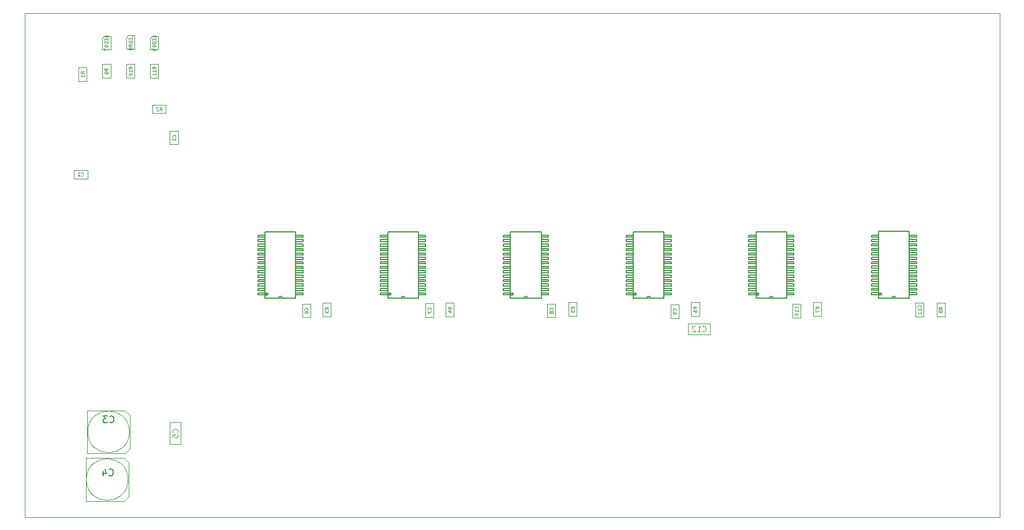
<source format=gbr>
G04 #@! TF.GenerationSoftware,KiCad,Pcbnew,(5.1.4)-1*
G04 #@! TF.CreationDate,2019-09-05T13:30:01+01:00*
G04 #@! TF.ProjectId,lpa96,6c706139-362e-46b6-9963-61645f706362,2.1*
G04 #@! TF.SameCoordinates,Original*
G04 #@! TF.FileFunction,Other,Fab,Bot*
%FSLAX46Y46*%
G04 Gerber Fmt 4.6, Leading zero omitted, Abs format (unit mm)*
G04 Created by KiCad (PCBNEW (5.1.4)-1) date 2019-09-05 13:30:01*
%MOMM*%
%LPD*%
G04 APERTURE LIST*
%ADD10C,0.100000*%
%ADD11C,0.152400*%
%ADD12C,0.150000*%
%ADD13C,0.080000*%
%ADD14C,0.120000*%
G04 APERTURE END LIST*
D10*
X67000000Y-168500000D02*
X67000000Y-94500000D01*
X210000000Y-168500000D02*
X67000000Y-168500000D01*
X210000000Y-94500000D02*
X210000000Y-168500000D01*
X67000000Y-94500000D02*
X210000000Y-94500000D01*
D11*
X104195200Y-136400003D02*
G75*
G02X104804800Y-136400003I304800J0D01*
G01*
X102252100Y-136400003D02*
X102252100Y-126599997D01*
X106747900Y-136400003D02*
X102252100Y-136400003D01*
X106747900Y-126599997D02*
X106747900Y-136400003D01*
X102252100Y-126599997D02*
X106747900Y-126599997D01*
X107802000Y-135877474D02*
X106747900Y-135877474D01*
X107802000Y-135572674D02*
X107802000Y-135877474D01*
X106747900Y-135572674D02*
X107802000Y-135572674D01*
X106747900Y-135877474D02*
X106747900Y-135572674D01*
X107802000Y-135227462D02*
X106747900Y-135227462D01*
X107802000Y-134922662D02*
X107802000Y-135227462D01*
X106747900Y-134922662D02*
X107802000Y-134922662D01*
X106747900Y-135227462D02*
X106747900Y-134922662D01*
X107802000Y-134577451D02*
X106747900Y-134577451D01*
X107802000Y-134272651D02*
X107802000Y-134577451D01*
X106747900Y-134272651D02*
X107802000Y-134272651D01*
X106747900Y-134577451D02*
X106747900Y-134272651D01*
X107802000Y-133927440D02*
X106747900Y-133927440D01*
X107802000Y-133622640D02*
X107802000Y-133927440D01*
X106747900Y-133622640D02*
X107802000Y-133622640D01*
X106747900Y-133927440D02*
X106747900Y-133622640D01*
X107802000Y-133277428D02*
X106747900Y-133277428D01*
X107802000Y-132972628D02*
X107802000Y-133277428D01*
X106747900Y-132972628D02*
X107802000Y-132972628D01*
X106747900Y-133277428D02*
X106747900Y-132972628D01*
X107802000Y-132627417D02*
X106747900Y-132627417D01*
X107802000Y-132322617D02*
X107802000Y-132627417D01*
X106747900Y-132322617D02*
X107802000Y-132322617D01*
X106747900Y-132627417D02*
X106747900Y-132322617D01*
X107802000Y-131977405D02*
X106747900Y-131977405D01*
X107802000Y-131672605D02*
X107802000Y-131977405D01*
X106747900Y-131672605D02*
X107802000Y-131672605D01*
X106747900Y-131977405D02*
X106747900Y-131672605D01*
X107802000Y-131327394D02*
X106747900Y-131327394D01*
X107802000Y-131022594D02*
X107802000Y-131327394D01*
X106747900Y-131022594D02*
X107802000Y-131022594D01*
X106747900Y-131327394D02*
X106747900Y-131022594D01*
X107802000Y-130677383D02*
X106747900Y-130677383D01*
X107802000Y-130372583D02*
X107802000Y-130677383D01*
X106747900Y-130372583D02*
X107802000Y-130372583D01*
X106747900Y-130677383D02*
X106747900Y-130372583D01*
X107802000Y-130027371D02*
X106747900Y-130027371D01*
X107802000Y-129722571D02*
X107802000Y-130027371D01*
X106747900Y-129722571D02*
X107802000Y-129722571D01*
X106747900Y-130027371D02*
X106747900Y-129722571D01*
X107802000Y-129377360D02*
X106747900Y-129377360D01*
X107802000Y-129072560D02*
X107802000Y-129377360D01*
X106747900Y-129072560D02*
X107802000Y-129072560D01*
X106747900Y-129377360D02*
X106747900Y-129072560D01*
X107802000Y-128727349D02*
X106747900Y-128727349D01*
X107802000Y-128422549D02*
X107802000Y-128727349D01*
X106747900Y-128422549D02*
X107802000Y-128422549D01*
X106747900Y-128727349D02*
X106747900Y-128422549D01*
X107802000Y-128077337D02*
X106747900Y-128077337D01*
X107802000Y-127772537D02*
X107802000Y-128077337D01*
X106747900Y-127772537D02*
X107802000Y-127772537D01*
X106747900Y-128077337D02*
X106747900Y-127772537D01*
X107802000Y-127427326D02*
X106747900Y-127427326D01*
X107802000Y-127122526D02*
X107802000Y-127427326D01*
X106747900Y-127122526D02*
X107802000Y-127122526D01*
X106747900Y-127427326D02*
X106747900Y-127122526D01*
X101198000Y-127122526D02*
X102252100Y-127122526D01*
X101198000Y-127427326D02*
X101198000Y-127122526D01*
X102252100Y-127427326D02*
X101198000Y-127427326D01*
X102252100Y-127122526D02*
X102252100Y-127427326D01*
X101198000Y-127772538D02*
X102252100Y-127772538D01*
X101198000Y-128077338D02*
X101198000Y-127772538D01*
X102252100Y-128077338D02*
X101198000Y-128077338D01*
X102252100Y-127772538D02*
X102252100Y-128077338D01*
X101198000Y-128422549D02*
X102252100Y-128422549D01*
X101198000Y-128727349D02*
X101198000Y-128422549D01*
X102252100Y-128727349D02*
X101198000Y-128727349D01*
X102252100Y-128422549D02*
X102252100Y-128727349D01*
X101198000Y-129072560D02*
X102252100Y-129072560D01*
X101198000Y-129377360D02*
X101198000Y-129072560D01*
X102252100Y-129377360D02*
X101198000Y-129377360D01*
X102252100Y-129072560D02*
X102252100Y-129377360D01*
X101198000Y-129722572D02*
X102252100Y-129722572D01*
X101198000Y-130027372D02*
X101198000Y-129722572D01*
X102252100Y-130027372D02*
X101198000Y-130027372D01*
X102252100Y-129722572D02*
X102252100Y-130027372D01*
X101198000Y-130372583D02*
X102252100Y-130372583D01*
X101198000Y-130677383D02*
X101198000Y-130372583D01*
X102252100Y-130677383D02*
X101198000Y-130677383D01*
X102252100Y-130372583D02*
X102252100Y-130677383D01*
X101198000Y-131022594D02*
X102252100Y-131022594D01*
X101198000Y-131327394D02*
X101198000Y-131022594D01*
X102252100Y-131327394D02*
X101198000Y-131327394D01*
X102252100Y-131022594D02*
X102252100Y-131327394D01*
X101198000Y-131672606D02*
X102252100Y-131672606D01*
X101198000Y-131977406D02*
X101198000Y-131672606D01*
X102252100Y-131977406D02*
X101198000Y-131977406D01*
X102252100Y-131672606D02*
X102252100Y-131977406D01*
X101198000Y-132322617D02*
X102252100Y-132322617D01*
X101198000Y-132627417D02*
X101198000Y-132322617D01*
X102252100Y-132627417D02*
X101198000Y-132627417D01*
X102252100Y-132322617D02*
X102252100Y-132627417D01*
X101198000Y-132972629D02*
X102252100Y-132972629D01*
X101198000Y-133277429D02*
X101198000Y-132972629D01*
X102252100Y-133277429D02*
X101198000Y-133277429D01*
X102252100Y-132972629D02*
X102252100Y-133277429D01*
X101198000Y-133622640D02*
X102252100Y-133622640D01*
X101198000Y-133927440D02*
X101198000Y-133622640D01*
X102252100Y-133927440D02*
X101198000Y-133927440D01*
X102252100Y-133622640D02*
X102252100Y-133927440D01*
X101198000Y-134272651D02*
X102252100Y-134272651D01*
X101198000Y-134577451D02*
X101198000Y-134272651D01*
X102252100Y-134577451D02*
X101198000Y-134577451D01*
X102252100Y-134272651D02*
X102252100Y-134577451D01*
X101198000Y-134922663D02*
X102252100Y-134922663D01*
X101198000Y-135227463D02*
X101198000Y-134922663D01*
X102252100Y-135227463D02*
X101198000Y-135227463D01*
X102252100Y-134922663D02*
X102252100Y-135227463D01*
X101198000Y-135572674D02*
X102252100Y-135572674D01*
X101198000Y-135877474D02*
X101198000Y-135572674D01*
X102252100Y-135877474D02*
X101198000Y-135877474D01*
X102252100Y-135572674D02*
X102252100Y-135877474D01*
X122195200Y-136400003D02*
G75*
G02X122804800Y-136400003I304800J0D01*
G01*
X120252100Y-136400003D02*
X120252100Y-126599997D01*
X124747900Y-136400003D02*
X120252100Y-136400003D01*
X124747900Y-126599997D02*
X124747900Y-136400003D01*
X120252100Y-126599997D02*
X124747900Y-126599997D01*
X125802000Y-135877474D02*
X124747900Y-135877474D01*
X125802000Y-135572674D02*
X125802000Y-135877474D01*
X124747900Y-135572674D02*
X125802000Y-135572674D01*
X124747900Y-135877474D02*
X124747900Y-135572674D01*
X125802000Y-135227462D02*
X124747900Y-135227462D01*
X125802000Y-134922662D02*
X125802000Y-135227462D01*
X124747900Y-134922662D02*
X125802000Y-134922662D01*
X124747900Y-135227462D02*
X124747900Y-134922662D01*
X125802000Y-134577451D02*
X124747900Y-134577451D01*
X125802000Y-134272651D02*
X125802000Y-134577451D01*
X124747900Y-134272651D02*
X125802000Y-134272651D01*
X124747900Y-134577451D02*
X124747900Y-134272651D01*
X125802000Y-133927440D02*
X124747900Y-133927440D01*
X125802000Y-133622640D02*
X125802000Y-133927440D01*
X124747900Y-133622640D02*
X125802000Y-133622640D01*
X124747900Y-133927440D02*
X124747900Y-133622640D01*
X125802000Y-133277428D02*
X124747900Y-133277428D01*
X125802000Y-132972628D02*
X125802000Y-133277428D01*
X124747900Y-132972628D02*
X125802000Y-132972628D01*
X124747900Y-133277428D02*
X124747900Y-132972628D01*
X125802000Y-132627417D02*
X124747900Y-132627417D01*
X125802000Y-132322617D02*
X125802000Y-132627417D01*
X124747900Y-132322617D02*
X125802000Y-132322617D01*
X124747900Y-132627417D02*
X124747900Y-132322617D01*
X125802000Y-131977405D02*
X124747900Y-131977405D01*
X125802000Y-131672605D02*
X125802000Y-131977405D01*
X124747900Y-131672605D02*
X125802000Y-131672605D01*
X124747900Y-131977405D02*
X124747900Y-131672605D01*
X125802000Y-131327394D02*
X124747900Y-131327394D01*
X125802000Y-131022594D02*
X125802000Y-131327394D01*
X124747900Y-131022594D02*
X125802000Y-131022594D01*
X124747900Y-131327394D02*
X124747900Y-131022594D01*
X125802000Y-130677383D02*
X124747900Y-130677383D01*
X125802000Y-130372583D02*
X125802000Y-130677383D01*
X124747900Y-130372583D02*
X125802000Y-130372583D01*
X124747900Y-130677383D02*
X124747900Y-130372583D01*
X125802000Y-130027371D02*
X124747900Y-130027371D01*
X125802000Y-129722571D02*
X125802000Y-130027371D01*
X124747900Y-129722571D02*
X125802000Y-129722571D01*
X124747900Y-130027371D02*
X124747900Y-129722571D01*
X125802000Y-129377360D02*
X124747900Y-129377360D01*
X125802000Y-129072560D02*
X125802000Y-129377360D01*
X124747900Y-129072560D02*
X125802000Y-129072560D01*
X124747900Y-129377360D02*
X124747900Y-129072560D01*
X125802000Y-128727349D02*
X124747900Y-128727349D01*
X125802000Y-128422549D02*
X125802000Y-128727349D01*
X124747900Y-128422549D02*
X125802000Y-128422549D01*
X124747900Y-128727349D02*
X124747900Y-128422549D01*
X125802000Y-128077337D02*
X124747900Y-128077337D01*
X125802000Y-127772537D02*
X125802000Y-128077337D01*
X124747900Y-127772537D02*
X125802000Y-127772537D01*
X124747900Y-128077337D02*
X124747900Y-127772537D01*
X125802000Y-127427326D02*
X124747900Y-127427326D01*
X125802000Y-127122526D02*
X125802000Y-127427326D01*
X124747900Y-127122526D02*
X125802000Y-127122526D01*
X124747900Y-127427326D02*
X124747900Y-127122526D01*
X119198000Y-127122526D02*
X120252100Y-127122526D01*
X119198000Y-127427326D02*
X119198000Y-127122526D01*
X120252100Y-127427326D02*
X119198000Y-127427326D01*
X120252100Y-127122526D02*
X120252100Y-127427326D01*
X119198000Y-127772538D02*
X120252100Y-127772538D01*
X119198000Y-128077338D02*
X119198000Y-127772538D01*
X120252100Y-128077338D02*
X119198000Y-128077338D01*
X120252100Y-127772538D02*
X120252100Y-128077338D01*
X119198000Y-128422549D02*
X120252100Y-128422549D01*
X119198000Y-128727349D02*
X119198000Y-128422549D01*
X120252100Y-128727349D02*
X119198000Y-128727349D01*
X120252100Y-128422549D02*
X120252100Y-128727349D01*
X119198000Y-129072560D02*
X120252100Y-129072560D01*
X119198000Y-129377360D02*
X119198000Y-129072560D01*
X120252100Y-129377360D02*
X119198000Y-129377360D01*
X120252100Y-129072560D02*
X120252100Y-129377360D01*
X119198000Y-129722572D02*
X120252100Y-129722572D01*
X119198000Y-130027372D02*
X119198000Y-129722572D01*
X120252100Y-130027372D02*
X119198000Y-130027372D01*
X120252100Y-129722572D02*
X120252100Y-130027372D01*
X119198000Y-130372583D02*
X120252100Y-130372583D01*
X119198000Y-130677383D02*
X119198000Y-130372583D01*
X120252100Y-130677383D02*
X119198000Y-130677383D01*
X120252100Y-130372583D02*
X120252100Y-130677383D01*
X119198000Y-131022594D02*
X120252100Y-131022594D01*
X119198000Y-131327394D02*
X119198000Y-131022594D01*
X120252100Y-131327394D02*
X119198000Y-131327394D01*
X120252100Y-131022594D02*
X120252100Y-131327394D01*
X119198000Y-131672606D02*
X120252100Y-131672606D01*
X119198000Y-131977406D02*
X119198000Y-131672606D01*
X120252100Y-131977406D02*
X119198000Y-131977406D01*
X120252100Y-131672606D02*
X120252100Y-131977406D01*
X119198000Y-132322617D02*
X120252100Y-132322617D01*
X119198000Y-132627417D02*
X119198000Y-132322617D01*
X120252100Y-132627417D02*
X119198000Y-132627417D01*
X120252100Y-132322617D02*
X120252100Y-132627417D01*
X119198000Y-132972629D02*
X120252100Y-132972629D01*
X119198000Y-133277429D02*
X119198000Y-132972629D01*
X120252100Y-133277429D02*
X119198000Y-133277429D01*
X120252100Y-132972629D02*
X120252100Y-133277429D01*
X119198000Y-133622640D02*
X120252100Y-133622640D01*
X119198000Y-133927440D02*
X119198000Y-133622640D01*
X120252100Y-133927440D02*
X119198000Y-133927440D01*
X120252100Y-133622640D02*
X120252100Y-133927440D01*
X119198000Y-134272651D02*
X120252100Y-134272651D01*
X119198000Y-134577451D02*
X119198000Y-134272651D01*
X120252100Y-134577451D02*
X119198000Y-134577451D01*
X120252100Y-134272651D02*
X120252100Y-134577451D01*
X119198000Y-134922663D02*
X120252100Y-134922663D01*
X119198000Y-135227463D02*
X119198000Y-134922663D01*
X120252100Y-135227463D02*
X119198000Y-135227463D01*
X120252100Y-134922663D02*
X120252100Y-135227463D01*
X119198000Y-135572674D02*
X120252100Y-135572674D01*
X119198000Y-135877474D02*
X119198000Y-135572674D01*
X120252100Y-135877474D02*
X119198000Y-135877474D01*
X120252100Y-135572674D02*
X120252100Y-135877474D01*
X140195200Y-136400003D02*
G75*
G02X140804800Y-136400003I304800J0D01*
G01*
X138252100Y-136400003D02*
X138252100Y-126599997D01*
X142747900Y-136400003D02*
X138252100Y-136400003D01*
X142747900Y-126599997D02*
X142747900Y-136400003D01*
X138252100Y-126599997D02*
X142747900Y-126599997D01*
X143802000Y-135877474D02*
X142747900Y-135877474D01*
X143802000Y-135572674D02*
X143802000Y-135877474D01*
X142747900Y-135572674D02*
X143802000Y-135572674D01*
X142747900Y-135877474D02*
X142747900Y-135572674D01*
X143802000Y-135227462D02*
X142747900Y-135227462D01*
X143802000Y-134922662D02*
X143802000Y-135227462D01*
X142747900Y-134922662D02*
X143802000Y-134922662D01*
X142747900Y-135227462D02*
X142747900Y-134922662D01*
X143802000Y-134577451D02*
X142747900Y-134577451D01*
X143802000Y-134272651D02*
X143802000Y-134577451D01*
X142747900Y-134272651D02*
X143802000Y-134272651D01*
X142747900Y-134577451D02*
X142747900Y-134272651D01*
X143802000Y-133927440D02*
X142747900Y-133927440D01*
X143802000Y-133622640D02*
X143802000Y-133927440D01*
X142747900Y-133622640D02*
X143802000Y-133622640D01*
X142747900Y-133927440D02*
X142747900Y-133622640D01*
X143802000Y-133277428D02*
X142747900Y-133277428D01*
X143802000Y-132972628D02*
X143802000Y-133277428D01*
X142747900Y-132972628D02*
X143802000Y-132972628D01*
X142747900Y-133277428D02*
X142747900Y-132972628D01*
X143802000Y-132627417D02*
X142747900Y-132627417D01*
X143802000Y-132322617D02*
X143802000Y-132627417D01*
X142747900Y-132322617D02*
X143802000Y-132322617D01*
X142747900Y-132627417D02*
X142747900Y-132322617D01*
X143802000Y-131977405D02*
X142747900Y-131977405D01*
X143802000Y-131672605D02*
X143802000Y-131977405D01*
X142747900Y-131672605D02*
X143802000Y-131672605D01*
X142747900Y-131977405D02*
X142747900Y-131672605D01*
X143802000Y-131327394D02*
X142747900Y-131327394D01*
X143802000Y-131022594D02*
X143802000Y-131327394D01*
X142747900Y-131022594D02*
X143802000Y-131022594D01*
X142747900Y-131327394D02*
X142747900Y-131022594D01*
X143802000Y-130677383D02*
X142747900Y-130677383D01*
X143802000Y-130372583D02*
X143802000Y-130677383D01*
X142747900Y-130372583D02*
X143802000Y-130372583D01*
X142747900Y-130677383D02*
X142747900Y-130372583D01*
X143802000Y-130027371D02*
X142747900Y-130027371D01*
X143802000Y-129722571D02*
X143802000Y-130027371D01*
X142747900Y-129722571D02*
X143802000Y-129722571D01*
X142747900Y-130027371D02*
X142747900Y-129722571D01*
X143802000Y-129377360D02*
X142747900Y-129377360D01*
X143802000Y-129072560D02*
X143802000Y-129377360D01*
X142747900Y-129072560D02*
X143802000Y-129072560D01*
X142747900Y-129377360D02*
X142747900Y-129072560D01*
X143802000Y-128727349D02*
X142747900Y-128727349D01*
X143802000Y-128422549D02*
X143802000Y-128727349D01*
X142747900Y-128422549D02*
X143802000Y-128422549D01*
X142747900Y-128727349D02*
X142747900Y-128422549D01*
X143802000Y-128077337D02*
X142747900Y-128077337D01*
X143802000Y-127772537D02*
X143802000Y-128077337D01*
X142747900Y-127772537D02*
X143802000Y-127772537D01*
X142747900Y-128077337D02*
X142747900Y-127772537D01*
X143802000Y-127427326D02*
X142747900Y-127427326D01*
X143802000Y-127122526D02*
X143802000Y-127427326D01*
X142747900Y-127122526D02*
X143802000Y-127122526D01*
X142747900Y-127427326D02*
X142747900Y-127122526D01*
X137198000Y-127122526D02*
X138252100Y-127122526D01*
X137198000Y-127427326D02*
X137198000Y-127122526D01*
X138252100Y-127427326D02*
X137198000Y-127427326D01*
X138252100Y-127122526D02*
X138252100Y-127427326D01*
X137198000Y-127772538D02*
X138252100Y-127772538D01*
X137198000Y-128077338D02*
X137198000Y-127772538D01*
X138252100Y-128077338D02*
X137198000Y-128077338D01*
X138252100Y-127772538D02*
X138252100Y-128077338D01*
X137198000Y-128422549D02*
X138252100Y-128422549D01*
X137198000Y-128727349D02*
X137198000Y-128422549D01*
X138252100Y-128727349D02*
X137198000Y-128727349D01*
X138252100Y-128422549D02*
X138252100Y-128727349D01*
X137198000Y-129072560D02*
X138252100Y-129072560D01*
X137198000Y-129377360D02*
X137198000Y-129072560D01*
X138252100Y-129377360D02*
X137198000Y-129377360D01*
X138252100Y-129072560D02*
X138252100Y-129377360D01*
X137198000Y-129722572D02*
X138252100Y-129722572D01*
X137198000Y-130027372D02*
X137198000Y-129722572D01*
X138252100Y-130027372D02*
X137198000Y-130027372D01*
X138252100Y-129722572D02*
X138252100Y-130027372D01*
X137198000Y-130372583D02*
X138252100Y-130372583D01*
X137198000Y-130677383D02*
X137198000Y-130372583D01*
X138252100Y-130677383D02*
X137198000Y-130677383D01*
X138252100Y-130372583D02*
X138252100Y-130677383D01*
X137198000Y-131022594D02*
X138252100Y-131022594D01*
X137198000Y-131327394D02*
X137198000Y-131022594D01*
X138252100Y-131327394D02*
X137198000Y-131327394D01*
X138252100Y-131022594D02*
X138252100Y-131327394D01*
X137198000Y-131672606D02*
X138252100Y-131672606D01*
X137198000Y-131977406D02*
X137198000Y-131672606D01*
X138252100Y-131977406D02*
X137198000Y-131977406D01*
X138252100Y-131672606D02*
X138252100Y-131977406D01*
X137198000Y-132322617D02*
X138252100Y-132322617D01*
X137198000Y-132627417D02*
X137198000Y-132322617D01*
X138252100Y-132627417D02*
X137198000Y-132627417D01*
X138252100Y-132322617D02*
X138252100Y-132627417D01*
X137198000Y-132972629D02*
X138252100Y-132972629D01*
X137198000Y-133277429D02*
X137198000Y-132972629D01*
X138252100Y-133277429D02*
X137198000Y-133277429D01*
X138252100Y-132972629D02*
X138252100Y-133277429D01*
X137198000Y-133622640D02*
X138252100Y-133622640D01*
X137198000Y-133927440D02*
X137198000Y-133622640D01*
X138252100Y-133927440D02*
X137198000Y-133927440D01*
X138252100Y-133622640D02*
X138252100Y-133927440D01*
X137198000Y-134272651D02*
X138252100Y-134272651D01*
X137198000Y-134577451D02*
X137198000Y-134272651D01*
X138252100Y-134577451D02*
X137198000Y-134577451D01*
X138252100Y-134272651D02*
X138252100Y-134577451D01*
X137198000Y-134922663D02*
X138252100Y-134922663D01*
X137198000Y-135227463D02*
X137198000Y-134922663D01*
X138252100Y-135227463D02*
X137198000Y-135227463D01*
X138252100Y-134922663D02*
X138252100Y-135227463D01*
X137198000Y-135572674D02*
X138252100Y-135572674D01*
X137198000Y-135877474D02*
X137198000Y-135572674D01*
X138252100Y-135877474D02*
X137198000Y-135877474D01*
X138252100Y-135572674D02*
X138252100Y-135877474D01*
X158195200Y-136400003D02*
G75*
G02X158804800Y-136400003I304800J0D01*
G01*
X156252100Y-136400003D02*
X156252100Y-126599997D01*
X160747900Y-136400003D02*
X156252100Y-136400003D01*
X160747900Y-126599997D02*
X160747900Y-136400003D01*
X156252100Y-126599997D02*
X160747900Y-126599997D01*
X161802000Y-135877474D02*
X160747900Y-135877474D01*
X161802000Y-135572674D02*
X161802000Y-135877474D01*
X160747900Y-135572674D02*
X161802000Y-135572674D01*
X160747900Y-135877474D02*
X160747900Y-135572674D01*
X161802000Y-135227462D02*
X160747900Y-135227462D01*
X161802000Y-134922662D02*
X161802000Y-135227462D01*
X160747900Y-134922662D02*
X161802000Y-134922662D01*
X160747900Y-135227462D02*
X160747900Y-134922662D01*
X161802000Y-134577451D02*
X160747900Y-134577451D01*
X161802000Y-134272651D02*
X161802000Y-134577451D01*
X160747900Y-134272651D02*
X161802000Y-134272651D01*
X160747900Y-134577451D02*
X160747900Y-134272651D01*
X161802000Y-133927440D02*
X160747900Y-133927440D01*
X161802000Y-133622640D02*
X161802000Y-133927440D01*
X160747900Y-133622640D02*
X161802000Y-133622640D01*
X160747900Y-133927440D02*
X160747900Y-133622640D01*
X161802000Y-133277428D02*
X160747900Y-133277428D01*
X161802000Y-132972628D02*
X161802000Y-133277428D01*
X160747900Y-132972628D02*
X161802000Y-132972628D01*
X160747900Y-133277428D02*
X160747900Y-132972628D01*
X161802000Y-132627417D02*
X160747900Y-132627417D01*
X161802000Y-132322617D02*
X161802000Y-132627417D01*
X160747900Y-132322617D02*
X161802000Y-132322617D01*
X160747900Y-132627417D02*
X160747900Y-132322617D01*
X161802000Y-131977405D02*
X160747900Y-131977405D01*
X161802000Y-131672605D02*
X161802000Y-131977405D01*
X160747900Y-131672605D02*
X161802000Y-131672605D01*
X160747900Y-131977405D02*
X160747900Y-131672605D01*
X161802000Y-131327394D02*
X160747900Y-131327394D01*
X161802000Y-131022594D02*
X161802000Y-131327394D01*
X160747900Y-131022594D02*
X161802000Y-131022594D01*
X160747900Y-131327394D02*
X160747900Y-131022594D01*
X161802000Y-130677383D02*
X160747900Y-130677383D01*
X161802000Y-130372583D02*
X161802000Y-130677383D01*
X160747900Y-130372583D02*
X161802000Y-130372583D01*
X160747900Y-130677383D02*
X160747900Y-130372583D01*
X161802000Y-130027371D02*
X160747900Y-130027371D01*
X161802000Y-129722571D02*
X161802000Y-130027371D01*
X160747900Y-129722571D02*
X161802000Y-129722571D01*
X160747900Y-130027371D02*
X160747900Y-129722571D01*
X161802000Y-129377360D02*
X160747900Y-129377360D01*
X161802000Y-129072560D02*
X161802000Y-129377360D01*
X160747900Y-129072560D02*
X161802000Y-129072560D01*
X160747900Y-129377360D02*
X160747900Y-129072560D01*
X161802000Y-128727349D02*
X160747900Y-128727349D01*
X161802000Y-128422549D02*
X161802000Y-128727349D01*
X160747900Y-128422549D02*
X161802000Y-128422549D01*
X160747900Y-128727349D02*
X160747900Y-128422549D01*
X161802000Y-128077337D02*
X160747900Y-128077337D01*
X161802000Y-127772537D02*
X161802000Y-128077337D01*
X160747900Y-127772537D02*
X161802000Y-127772537D01*
X160747900Y-128077337D02*
X160747900Y-127772537D01*
X161802000Y-127427326D02*
X160747900Y-127427326D01*
X161802000Y-127122526D02*
X161802000Y-127427326D01*
X160747900Y-127122526D02*
X161802000Y-127122526D01*
X160747900Y-127427326D02*
X160747900Y-127122526D01*
X155198000Y-127122526D02*
X156252100Y-127122526D01*
X155198000Y-127427326D02*
X155198000Y-127122526D01*
X156252100Y-127427326D02*
X155198000Y-127427326D01*
X156252100Y-127122526D02*
X156252100Y-127427326D01*
X155198000Y-127772538D02*
X156252100Y-127772538D01*
X155198000Y-128077338D02*
X155198000Y-127772538D01*
X156252100Y-128077338D02*
X155198000Y-128077338D01*
X156252100Y-127772538D02*
X156252100Y-128077338D01*
X155198000Y-128422549D02*
X156252100Y-128422549D01*
X155198000Y-128727349D02*
X155198000Y-128422549D01*
X156252100Y-128727349D02*
X155198000Y-128727349D01*
X156252100Y-128422549D02*
X156252100Y-128727349D01*
X155198000Y-129072560D02*
X156252100Y-129072560D01*
X155198000Y-129377360D02*
X155198000Y-129072560D01*
X156252100Y-129377360D02*
X155198000Y-129377360D01*
X156252100Y-129072560D02*
X156252100Y-129377360D01*
X155198000Y-129722572D02*
X156252100Y-129722572D01*
X155198000Y-130027372D02*
X155198000Y-129722572D01*
X156252100Y-130027372D02*
X155198000Y-130027372D01*
X156252100Y-129722572D02*
X156252100Y-130027372D01*
X155198000Y-130372583D02*
X156252100Y-130372583D01*
X155198000Y-130677383D02*
X155198000Y-130372583D01*
X156252100Y-130677383D02*
X155198000Y-130677383D01*
X156252100Y-130372583D02*
X156252100Y-130677383D01*
X155198000Y-131022594D02*
X156252100Y-131022594D01*
X155198000Y-131327394D02*
X155198000Y-131022594D01*
X156252100Y-131327394D02*
X155198000Y-131327394D01*
X156252100Y-131022594D02*
X156252100Y-131327394D01*
X155198000Y-131672606D02*
X156252100Y-131672606D01*
X155198000Y-131977406D02*
X155198000Y-131672606D01*
X156252100Y-131977406D02*
X155198000Y-131977406D01*
X156252100Y-131672606D02*
X156252100Y-131977406D01*
X155198000Y-132322617D02*
X156252100Y-132322617D01*
X155198000Y-132627417D02*
X155198000Y-132322617D01*
X156252100Y-132627417D02*
X155198000Y-132627417D01*
X156252100Y-132322617D02*
X156252100Y-132627417D01*
X155198000Y-132972629D02*
X156252100Y-132972629D01*
X155198000Y-133277429D02*
X155198000Y-132972629D01*
X156252100Y-133277429D02*
X155198000Y-133277429D01*
X156252100Y-132972629D02*
X156252100Y-133277429D01*
X155198000Y-133622640D02*
X156252100Y-133622640D01*
X155198000Y-133927440D02*
X155198000Y-133622640D01*
X156252100Y-133927440D02*
X155198000Y-133927440D01*
X156252100Y-133622640D02*
X156252100Y-133927440D01*
X155198000Y-134272651D02*
X156252100Y-134272651D01*
X155198000Y-134577451D02*
X155198000Y-134272651D01*
X156252100Y-134577451D02*
X155198000Y-134577451D01*
X156252100Y-134272651D02*
X156252100Y-134577451D01*
X155198000Y-134922663D02*
X156252100Y-134922663D01*
X155198000Y-135227463D02*
X155198000Y-134922663D01*
X156252100Y-135227463D02*
X155198000Y-135227463D01*
X156252100Y-134922663D02*
X156252100Y-135227463D01*
X155198000Y-135572674D02*
X156252100Y-135572674D01*
X155198000Y-135877474D02*
X155198000Y-135572674D01*
X156252100Y-135877474D02*
X155198000Y-135877474D01*
X156252100Y-135572674D02*
X156252100Y-135877474D01*
X176195200Y-136400003D02*
G75*
G02X176804800Y-136400003I304800J0D01*
G01*
X174252100Y-136400003D02*
X174252100Y-126599997D01*
X178747900Y-136400003D02*
X174252100Y-136400003D01*
X178747900Y-126599997D02*
X178747900Y-136400003D01*
X174252100Y-126599997D02*
X178747900Y-126599997D01*
X179802000Y-135877474D02*
X178747900Y-135877474D01*
X179802000Y-135572674D02*
X179802000Y-135877474D01*
X178747900Y-135572674D02*
X179802000Y-135572674D01*
X178747900Y-135877474D02*
X178747900Y-135572674D01*
X179802000Y-135227462D02*
X178747900Y-135227462D01*
X179802000Y-134922662D02*
X179802000Y-135227462D01*
X178747900Y-134922662D02*
X179802000Y-134922662D01*
X178747900Y-135227462D02*
X178747900Y-134922662D01*
X179802000Y-134577451D02*
X178747900Y-134577451D01*
X179802000Y-134272651D02*
X179802000Y-134577451D01*
X178747900Y-134272651D02*
X179802000Y-134272651D01*
X178747900Y-134577451D02*
X178747900Y-134272651D01*
X179802000Y-133927440D02*
X178747900Y-133927440D01*
X179802000Y-133622640D02*
X179802000Y-133927440D01*
X178747900Y-133622640D02*
X179802000Y-133622640D01*
X178747900Y-133927440D02*
X178747900Y-133622640D01*
X179802000Y-133277428D02*
X178747900Y-133277428D01*
X179802000Y-132972628D02*
X179802000Y-133277428D01*
X178747900Y-132972628D02*
X179802000Y-132972628D01*
X178747900Y-133277428D02*
X178747900Y-132972628D01*
X179802000Y-132627417D02*
X178747900Y-132627417D01*
X179802000Y-132322617D02*
X179802000Y-132627417D01*
X178747900Y-132322617D02*
X179802000Y-132322617D01*
X178747900Y-132627417D02*
X178747900Y-132322617D01*
X179802000Y-131977405D02*
X178747900Y-131977405D01*
X179802000Y-131672605D02*
X179802000Y-131977405D01*
X178747900Y-131672605D02*
X179802000Y-131672605D01*
X178747900Y-131977405D02*
X178747900Y-131672605D01*
X179802000Y-131327394D02*
X178747900Y-131327394D01*
X179802000Y-131022594D02*
X179802000Y-131327394D01*
X178747900Y-131022594D02*
X179802000Y-131022594D01*
X178747900Y-131327394D02*
X178747900Y-131022594D01*
X179802000Y-130677383D02*
X178747900Y-130677383D01*
X179802000Y-130372583D02*
X179802000Y-130677383D01*
X178747900Y-130372583D02*
X179802000Y-130372583D01*
X178747900Y-130677383D02*
X178747900Y-130372583D01*
X179802000Y-130027371D02*
X178747900Y-130027371D01*
X179802000Y-129722571D02*
X179802000Y-130027371D01*
X178747900Y-129722571D02*
X179802000Y-129722571D01*
X178747900Y-130027371D02*
X178747900Y-129722571D01*
X179802000Y-129377360D02*
X178747900Y-129377360D01*
X179802000Y-129072560D02*
X179802000Y-129377360D01*
X178747900Y-129072560D02*
X179802000Y-129072560D01*
X178747900Y-129377360D02*
X178747900Y-129072560D01*
X179802000Y-128727349D02*
X178747900Y-128727349D01*
X179802000Y-128422549D02*
X179802000Y-128727349D01*
X178747900Y-128422549D02*
X179802000Y-128422549D01*
X178747900Y-128727349D02*
X178747900Y-128422549D01*
X179802000Y-128077337D02*
X178747900Y-128077337D01*
X179802000Y-127772537D02*
X179802000Y-128077337D01*
X178747900Y-127772537D02*
X179802000Y-127772537D01*
X178747900Y-128077337D02*
X178747900Y-127772537D01*
X179802000Y-127427326D02*
X178747900Y-127427326D01*
X179802000Y-127122526D02*
X179802000Y-127427326D01*
X178747900Y-127122526D02*
X179802000Y-127122526D01*
X178747900Y-127427326D02*
X178747900Y-127122526D01*
X173198000Y-127122526D02*
X174252100Y-127122526D01*
X173198000Y-127427326D02*
X173198000Y-127122526D01*
X174252100Y-127427326D02*
X173198000Y-127427326D01*
X174252100Y-127122526D02*
X174252100Y-127427326D01*
X173198000Y-127772538D02*
X174252100Y-127772538D01*
X173198000Y-128077338D02*
X173198000Y-127772538D01*
X174252100Y-128077338D02*
X173198000Y-128077338D01*
X174252100Y-127772538D02*
X174252100Y-128077338D01*
X173198000Y-128422549D02*
X174252100Y-128422549D01*
X173198000Y-128727349D02*
X173198000Y-128422549D01*
X174252100Y-128727349D02*
X173198000Y-128727349D01*
X174252100Y-128422549D02*
X174252100Y-128727349D01*
X173198000Y-129072560D02*
X174252100Y-129072560D01*
X173198000Y-129377360D02*
X173198000Y-129072560D01*
X174252100Y-129377360D02*
X173198000Y-129377360D01*
X174252100Y-129072560D02*
X174252100Y-129377360D01*
X173198000Y-129722572D02*
X174252100Y-129722572D01*
X173198000Y-130027372D02*
X173198000Y-129722572D01*
X174252100Y-130027372D02*
X173198000Y-130027372D01*
X174252100Y-129722572D02*
X174252100Y-130027372D01*
X173198000Y-130372583D02*
X174252100Y-130372583D01*
X173198000Y-130677383D02*
X173198000Y-130372583D01*
X174252100Y-130677383D02*
X173198000Y-130677383D01*
X174252100Y-130372583D02*
X174252100Y-130677383D01*
X173198000Y-131022594D02*
X174252100Y-131022594D01*
X173198000Y-131327394D02*
X173198000Y-131022594D01*
X174252100Y-131327394D02*
X173198000Y-131327394D01*
X174252100Y-131022594D02*
X174252100Y-131327394D01*
X173198000Y-131672606D02*
X174252100Y-131672606D01*
X173198000Y-131977406D02*
X173198000Y-131672606D01*
X174252100Y-131977406D02*
X173198000Y-131977406D01*
X174252100Y-131672606D02*
X174252100Y-131977406D01*
X173198000Y-132322617D02*
X174252100Y-132322617D01*
X173198000Y-132627417D02*
X173198000Y-132322617D01*
X174252100Y-132627417D02*
X173198000Y-132627417D01*
X174252100Y-132322617D02*
X174252100Y-132627417D01*
X173198000Y-132972629D02*
X174252100Y-132972629D01*
X173198000Y-133277429D02*
X173198000Y-132972629D01*
X174252100Y-133277429D02*
X173198000Y-133277429D01*
X174252100Y-132972629D02*
X174252100Y-133277429D01*
X173198000Y-133622640D02*
X174252100Y-133622640D01*
X173198000Y-133927440D02*
X173198000Y-133622640D01*
X174252100Y-133927440D02*
X173198000Y-133927440D01*
X174252100Y-133622640D02*
X174252100Y-133927440D01*
X173198000Y-134272651D02*
X174252100Y-134272651D01*
X173198000Y-134577451D02*
X173198000Y-134272651D01*
X174252100Y-134577451D02*
X173198000Y-134577451D01*
X174252100Y-134272651D02*
X174252100Y-134577451D01*
X173198000Y-134922663D02*
X174252100Y-134922663D01*
X173198000Y-135227463D02*
X173198000Y-134922663D01*
X174252100Y-135227463D02*
X173198000Y-135227463D01*
X174252100Y-134922663D02*
X174252100Y-135227463D01*
X173198000Y-135572674D02*
X174252100Y-135572674D01*
X173198000Y-135877474D02*
X173198000Y-135572674D01*
X174252100Y-135877474D02*
X173198000Y-135877474D01*
X174252100Y-135572674D02*
X174252100Y-135877474D01*
X194175800Y-136374997D02*
G75*
G02X194785400Y-136374997I304800J0D01*
G01*
X192232700Y-136374997D02*
X192232700Y-126574991D01*
X196728500Y-136374997D02*
X192232700Y-136374997D01*
X196728500Y-126574991D02*
X196728500Y-136374997D01*
X192232700Y-126574991D02*
X196728500Y-126574991D01*
X197782600Y-135852468D02*
X196728500Y-135852468D01*
X197782600Y-135547668D02*
X197782600Y-135852468D01*
X196728500Y-135547668D02*
X197782600Y-135547668D01*
X196728500Y-135852468D02*
X196728500Y-135547668D01*
X197782600Y-135202456D02*
X196728500Y-135202456D01*
X197782600Y-134897656D02*
X197782600Y-135202456D01*
X196728500Y-134897656D02*
X197782600Y-134897656D01*
X196728500Y-135202456D02*
X196728500Y-134897656D01*
X197782600Y-134552445D02*
X196728500Y-134552445D01*
X197782600Y-134247645D02*
X197782600Y-134552445D01*
X196728500Y-134247645D02*
X197782600Y-134247645D01*
X196728500Y-134552445D02*
X196728500Y-134247645D01*
X197782600Y-133902434D02*
X196728500Y-133902434D01*
X197782600Y-133597634D02*
X197782600Y-133902434D01*
X196728500Y-133597634D02*
X197782600Y-133597634D01*
X196728500Y-133902434D02*
X196728500Y-133597634D01*
X197782600Y-133252422D02*
X196728500Y-133252422D01*
X197782600Y-132947622D02*
X197782600Y-133252422D01*
X196728500Y-132947622D02*
X197782600Y-132947622D01*
X196728500Y-133252422D02*
X196728500Y-132947622D01*
X197782600Y-132602411D02*
X196728500Y-132602411D01*
X197782600Y-132297611D02*
X197782600Y-132602411D01*
X196728500Y-132297611D02*
X197782600Y-132297611D01*
X196728500Y-132602411D02*
X196728500Y-132297611D01*
X197782600Y-131952399D02*
X196728500Y-131952399D01*
X197782600Y-131647599D02*
X197782600Y-131952399D01*
X196728500Y-131647599D02*
X197782600Y-131647599D01*
X196728500Y-131952399D02*
X196728500Y-131647599D01*
X197782600Y-131302388D02*
X196728500Y-131302388D01*
X197782600Y-130997588D02*
X197782600Y-131302388D01*
X196728500Y-130997588D02*
X197782600Y-130997588D01*
X196728500Y-131302388D02*
X196728500Y-130997588D01*
X197782600Y-130652377D02*
X196728500Y-130652377D01*
X197782600Y-130347577D02*
X197782600Y-130652377D01*
X196728500Y-130347577D02*
X197782600Y-130347577D01*
X196728500Y-130652377D02*
X196728500Y-130347577D01*
X197782600Y-130002365D02*
X196728500Y-130002365D01*
X197782600Y-129697565D02*
X197782600Y-130002365D01*
X196728500Y-129697565D02*
X197782600Y-129697565D01*
X196728500Y-130002365D02*
X196728500Y-129697565D01*
X197782600Y-129352354D02*
X196728500Y-129352354D01*
X197782600Y-129047554D02*
X197782600Y-129352354D01*
X196728500Y-129047554D02*
X197782600Y-129047554D01*
X196728500Y-129352354D02*
X196728500Y-129047554D01*
X197782600Y-128702343D02*
X196728500Y-128702343D01*
X197782600Y-128397543D02*
X197782600Y-128702343D01*
X196728500Y-128397543D02*
X197782600Y-128397543D01*
X196728500Y-128702343D02*
X196728500Y-128397543D01*
X197782600Y-128052331D02*
X196728500Y-128052331D01*
X197782600Y-127747531D02*
X197782600Y-128052331D01*
X196728500Y-127747531D02*
X197782600Y-127747531D01*
X196728500Y-128052331D02*
X196728500Y-127747531D01*
X197782600Y-127402320D02*
X196728500Y-127402320D01*
X197782600Y-127097520D02*
X197782600Y-127402320D01*
X196728500Y-127097520D02*
X197782600Y-127097520D01*
X196728500Y-127402320D02*
X196728500Y-127097520D01*
X191178600Y-127097520D02*
X192232700Y-127097520D01*
X191178600Y-127402320D02*
X191178600Y-127097520D01*
X192232700Y-127402320D02*
X191178600Y-127402320D01*
X192232700Y-127097520D02*
X192232700Y-127402320D01*
X191178600Y-127747532D02*
X192232700Y-127747532D01*
X191178600Y-128052332D02*
X191178600Y-127747532D01*
X192232700Y-128052332D02*
X191178600Y-128052332D01*
X192232700Y-127747532D02*
X192232700Y-128052332D01*
X191178600Y-128397543D02*
X192232700Y-128397543D01*
X191178600Y-128702343D02*
X191178600Y-128397543D01*
X192232700Y-128702343D02*
X191178600Y-128702343D01*
X192232700Y-128397543D02*
X192232700Y-128702343D01*
X191178600Y-129047554D02*
X192232700Y-129047554D01*
X191178600Y-129352354D02*
X191178600Y-129047554D01*
X192232700Y-129352354D02*
X191178600Y-129352354D01*
X192232700Y-129047554D02*
X192232700Y-129352354D01*
X191178600Y-129697566D02*
X192232700Y-129697566D01*
X191178600Y-130002366D02*
X191178600Y-129697566D01*
X192232700Y-130002366D02*
X191178600Y-130002366D01*
X192232700Y-129697566D02*
X192232700Y-130002366D01*
X191178600Y-130347577D02*
X192232700Y-130347577D01*
X191178600Y-130652377D02*
X191178600Y-130347577D01*
X192232700Y-130652377D02*
X191178600Y-130652377D01*
X192232700Y-130347577D02*
X192232700Y-130652377D01*
X191178600Y-130997588D02*
X192232700Y-130997588D01*
X191178600Y-131302388D02*
X191178600Y-130997588D01*
X192232700Y-131302388D02*
X191178600Y-131302388D01*
X192232700Y-130997588D02*
X192232700Y-131302388D01*
X191178600Y-131647600D02*
X192232700Y-131647600D01*
X191178600Y-131952400D02*
X191178600Y-131647600D01*
X192232700Y-131952400D02*
X191178600Y-131952400D01*
X192232700Y-131647600D02*
X192232700Y-131952400D01*
X191178600Y-132297611D02*
X192232700Y-132297611D01*
X191178600Y-132602411D02*
X191178600Y-132297611D01*
X192232700Y-132602411D02*
X191178600Y-132602411D01*
X192232700Y-132297611D02*
X192232700Y-132602411D01*
X191178600Y-132947623D02*
X192232700Y-132947623D01*
X191178600Y-133252423D02*
X191178600Y-132947623D01*
X192232700Y-133252423D02*
X191178600Y-133252423D01*
X192232700Y-132947623D02*
X192232700Y-133252423D01*
X191178600Y-133597634D02*
X192232700Y-133597634D01*
X191178600Y-133902434D02*
X191178600Y-133597634D01*
X192232700Y-133902434D02*
X191178600Y-133902434D01*
X192232700Y-133597634D02*
X192232700Y-133902434D01*
X191178600Y-134247645D02*
X192232700Y-134247645D01*
X191178600Y-134552445D02*
X191178600Y-134247645D01*
X192232700Y-134552445D02*
X191178600Y-134552445D01*
X192232700Y-134247645D02*
X192232700Y-134552445D01*
X191178600Y-134897657D02*
X192232700Y-134897657D01*
X191178600Y-135202457D02*
X191178600Y-134897657D01*
X192232700Y-135202457D02*
X191178600Y-135202457D01*
X192232700Y-134897657D02*
X192232700Y-135202457D01*
X191178600Y-135547668D02*
X192232700Y-135547668D01*
X191178600Y-135852468D02*
X191178600Y-135547668D01*
X192232700Y-135852468D02*
X191178600Y-135852468D01*
X192232700Y-135547668D02*
X192232700Y-135852468D01*
D10*
X82359412Y-156000000D02*
G75*
G03X82359412Y-156000000I-3059412J0D01*
G01*
X76150000Y-159150000D02*
X76150000Y-152850000D01*
X81780000Y-159150000D02*
X76150000Y-159150000D01*
X82450000Y-158480000D02*
X81780000Y-159150000D01*
X82450000Y-153520000D02*
X82450000Y-158480000D01*
X81780000Y-152850000D02*
X82450000Y-153520000D01*
X76150000Y-152850000D02*
X81780000Y-152850000D01*
X82159412Y-163000000D02*
G75*
G03X82159412Y-163000000I-3059412J0D01*
G01*
X75950000Y-166150000D02*
X75950000Y-159850000D01*
X81580000Y-166150000D02*
X75950000Y-166150000D01*
X82250000Y-165480000D02*
X81580000Y-166150000D01*
X82250000Y-160520000D02*
X82250000Y-165480000D01*
X81580000Y-159850000D02*
X82250000Y-160520000D01*
X75950000Y-159850000D02*
X81580000Y-159850000D01*
X89500000Y-113800000D02*
X89500000Y-111800000D01*
X88300000Y-113800000D02*
X89500000Y-113800000D01*
X88300000Y-111800000D02*
X88300000Y-113800000D01*
X89500000Y-111800000D02*
X88300000Y-111800000D01*
X74200000Y-118800000D02*
X76200000Y-118800000D01*
X74200000Y-117600000D02*
X74200000Y-118800000D01*
X76200000Y-117600000D02*
X74200000Y-117600000D01*
X76200000Y-118800000D02*
X76200000Y-117600000D01*
X88300000Y-154600000D02*
X88300000Y-157800000D01*
X89900000Y-154600000D02*
X88300000Y-154600000D01*
X89900000Y-157800000D02*
X89900000Y-154600000D01*
X88300000Y-157800000D02*
X89900000Y-157800000D01*
X108900000Y-139200000D02*
X108900000Y-137200000D01*
X107700000Y-139200000D02*
X108900000Y-139200000D01*
X107700000Y-137200000D02*
X107700000Y-139200000D01*
X108900000Y-137200000D02*
X107700000Y-137200000D01*
X126950000Y-139150000D02*
X126950000Y-137150000D01*
X125750000Y-139150000D02*
X126950000Y-139150000D01*
X125750000Y-137150000D02*
X125750000Y-139150000D01*
X126950000Y-137150000D02*
X125750000Y-137150000D01*
X144850000Y-139200000D02*
X144850000Y-137200000D01*
X143650000Y-139200000D02*
X144850000Y-139200000D01*
X143650000Y-137200000D02*
X143650000Y-139200000D01*
X144850000Y-137200000D02*
X143650000Y-137200000D01*
X162950000Y-139300000D02*
X162950000Y-137300000D01*
X161750000Y-139300000D02*
X162950000Y-139300000D01*
X161750000Y-137300000D02*
X161750000Y-139300000D01*
X162950000Y-137300000D02*
X161750000Y-137300000D01*
X180800000Y-139250000D02*
X180800000Y-137250000D01*
X179600000Y-139250000D02*
X180800000Y-139250000D01*
X179600000Y-137250000D02*
X179600000Y-139250000D01*
X180800000Y-137250000D02*
X179600000Y-137250000D01*
X198850000Y-139050000D02*
X198850000Y-137050000D01*
X197650000Y-139050000D02*
X198850000Y-139050000D01*
X197650000Y-137050000D02*
X197650000Y-139050000D01*
X198850000Y-137050000D02*
X197650000Y-137050000D01*
X167500000Y-140100000D02*
X164300000Y-140100000D01*
X167500000Y-141700000D02*
X167500000Y-140100000D01*
X164300000Y-141700000D02*
X167500000Y-141700000D01*
X164300000Y-140100000D02*
X164300000Y-141700000D01*
X79600000Y-99900000D02*
X78400000Y-99900000D01*
X79600000Y-97900000D02*
X79600000Y-99900000D01*
X78700000Y-97900000D02*
X79600000Y-97900000D01*
X78400000Y-98200000D02*
X78700000Y-97900000D01*
X78400000Y-99900000D02*
X78400000Y-98200000D01*
X83100000Y-99800000D02*
X81900000Y-99800000D01*
X83100000Y-97800000D02*
X83100000Y-99800000D01*
X82200000Y-97800000D02*
X83100000Y-97800000D01*
X81900000Y-98100000D02*
X82200000Y-97800000D01*
X81900000Y-99800000D02*
X81900000Y-98100000D01*
X86600000Y-99900000D02*
X85400000Y-99900000D01*
X86600000Y-97900000D02*
X86600000Y-99900000D01*
X85700000Y-97900000D02*
X86600000Y-97900000D01*
X85400000Y-98200000D02*
X85700000Y-97900000D01*
X85400000Y-99900000D02*
X85400000Y-98200000D01*
X76100000Y-104500000D02*
X76100000Y-102500000D01*
X74900000Y-104500000D02*
X76100000Y-104500000D01*
X74900000Y-102500000D02*
X74900000Y-104500000D01*
X76100000Y-102500000D02*
X74900000Y-102500000D01*
X85700000Y-109200000D02*
X87700000Y-109200000D01*
X85700000Y-108000000D02*
X85700000Y-109200000D01*
X87700000Y-108000000D02*
X85700000Y-108000000D01*
X87700000Y-109200000D02*
X87700000Y-108000000D01*
X110700000Y-137050000D02*
X110700000Y-139050000D01*
X111900000Y-137050000D02*
X110700000Y-137050000D01*
X111900000Y-139050000D02*
X111900000Y-137050000D01*
X110700000Y-139050000D02*
X111900000Y-139050000D01*
X128750000Y-137050000D02*
X128750000Y-139050000D01*
X129950000Y-137050000D02*
X128750000Y-137050000D01*
X129950000Y-139050000D02*
X129950000Y-137050000D01*
X128750000Y-139050000D02*
X129950000Y-139050000D01*
X146750000Y-137000000D02*
X146750000Y-139000000D01*
X147950000Y-137000000D02*
X146750000Y-137000000D01*
X147950000Y-139000000D02*
X147950000Y-137000000D01*
X146750000Y-139000000D02*
X147950000Y-139000000D01*
X164750000Y-137000000D02*
X164750000Y-139000000D01*
X165950000Y-137000000D02*
X164750000Y-137000000D01*
X165950000Y-139000000D02*
X165950000Y-137000000D01*
X164750000Y-139000000D02*
X165950000Y-139000000D01*
X182650000Y-137000000D02*
X182650000Y-139000000D01*
X183850000Y-137000000D02*
X182650000Y-137000000D01*
X183850000Y-139000000D02*
X183850000Y-137000000D01*
X182650000Y-139000000D02*
X183850000Y-139000000D01*
X200750000Y-137050000D02*
X200750000Y-139050000D01*
X201950000Y-137050000D02*
X200750000Y-137050000D01*
X201950000Y-139050000D02*
X201950000Y-137050000D01*
X200750000Y-139050000D02*
X201950000Y-139050000D01*
X78400000Y-102000000D02*
X78400000Y-104000000D01*
X79600000Y-102000000D02*
X78400000Y-102000000D01*
X79600000Y-104000000D02*
X79600000Y-102000000D01*
X78400000Y-104000000D02*
X79600000Y-104000000D01*
X81900000Y-102000000D02*
X81900000Y-104000000D01*
X83100000Y-102000000D02*
X81900000Y-102000000D01*
X83100000Y-104000000D02*
X83100000Y-102000000D01*
X81900000Y-104000000D02*
X83100000Y-104000000D01*
X85400000Y-102000000D02*
X85400000Y-104000000D01*
X86600000Y-102000000D02*
X85400000Y-102000000D01*
X86600000Y-104000000D02*
X86600000Y-102000000D01*
X85400000Y-104000000D02*
X86600000Y-104000000D01*
D12*
X102506100Y-135542254D02*
X102506100Y-135780350D01*
X102744195Y-135685112D02*
X102506100Y-135780350D01*
X102268004Y-135685112D01*
X102648957Y-135970826D02*
X102506100Y-135780350D01*
X102363242Y-135970826D01*
X120506100Y-135542254D02*
X120506100Y-135780350D01*
X120744195Y-135685112D02*
X120506100Y-135780350D01*
X120268004Y-135685112D01*
X120648957Y-135970826D02*
X120506100Y-135780350D01*
X120363242Y-135970826D01*
X138506100Y-135542254D02*
X138506100Y-135780350D01*
X138744195Y-135685112D02*
X138506100Y-135780350D01*
X138268004Y-135685112D01*
X138648957Y-135970826D02*
X138506100Y-135780350D01*
X138363242Y-135970826D01*
X156506100Y-135542254D02*
X156506100Y-135780350D01*
X156744195Y-135685112D02*
X156506100Y-135780350D01*
X156268004Y-135685112D01*
X156648957Y-135970826D02*
X156506100Y-135780350D01*
X156363242Y-135970826D01*
X174506100Y-135542254D02*
X174506100Y-135780350D01*
X174744195Y-135685112D02*
X174506100Y-135780350D01*
X174268004Y-135685112D01*
X174648957Y-135970826D02*
X174506100Y-135780350D01*
X174363242Y-135970826D01*
X192486700Y-135517248D02*
X192486700Y-135755344D01*
X192724795Y-135660106D02*
X192486700Y-135755344D01*
X192248604Y-135660106D01*
X192629557Y-135945820D02*
X192486700Y-135755344D01*
X192343842Y-135945820D01*
X79466666Y-154557142D02*
X79514285Y-154604761D01*
X79657142Y-154652380D01*
X79752380Y-154652380D01*
X79895238Y-154604761D01*
X79990476Y-154509523D01*
X80038095Y-154414285D01*
X80085714Y-154223809D01*
X80085714Y-154080952D01*
X80038095Y-153890476D01*
X79990476Y-153795238D01*
X79895238Y-153700000D01*
X79752380Y-153652380D01*
X79657142Y-153652380D01*
X79514285Y-153700000D01*
X79466666Y-153747619D01*
X79133333Y-153652380D02*
X78514285Y-153652380D01*
X78847619Y-154033333D01*
X78704761Y-154033333D01*
X78609523Y-154080952D01*
X78561904Y-154128571D01*
X78514285Y-154223809D01*
X78514285Y-154461904D01*
X78561904Y-154557142D01*
X78609523Y-154604761D01*
X78704761Y-154652380D01*
X78990476Y-154652380D01*
X79085714Y-154604761D01*
X79133333Y-154557142D01*
X79366666Y-162357142D02*
X79414285Y-162404761D01*
X79557142Y-162452380D01*
X79652380Y-162452380D01*
X79795238Y-162404761D01*
X79890476Y-162309523D01*
X79938095Y-162214285D01*
X79985714Y-162023809D01*
X79985714Y-161880952D01*
X79938095Y-161690476D01*
X79890476Y-161595238D01*
X79795238Y-161500000D01*
X79652380Y-161452380D01*
X79557142Y-161452380D01*
X79414285Y-161500000D01*
X79366666Y-161547619D01*
X78509523Y-161785714D02*
X78509523Y-162452380D01*
X78747619Y-161404761D02*
X78985714Y-162119047D01*
X78366666Y-162119047D01*
D13*
X89078571Y-112716666D02*
X89102380Y-112692857D01*
X89126190Y-112621428D01*
X89126190Y-112573809D01*
X89102380Y-112502380D01*
X89054761Y-112454761D01*
X89007142Y-112430952D01*
X88911904Y-112407142D01*
X88840476Y-112407142D01*
X88745238Y-112430952D01*
X88697619Y-112454761D01*
X88650000Y-112502380D01*
X88626190Y-112573809D01*
X88626190Y-112621428D01*
X88650000Y-112692857D01*
X88673809Y-112716666D01*
X89126190Y-113192857D02*
X89126190Y-112907142D01*
X89126190Y-113050000D02*
X88626190Y-113050000D01*
X88697619Y-113002380D01*
X88745238Y-112954761D01*
X88769047Y-112907142D01*
X75283333Y-118378571D02*
X75307142Y-118402380D01*
X75378571Y-118426190D01*
X75426190Y-118426190D01*
X75497619Y-118402380D01*
X75545238Y-118354761D01*
X75569047Y-118307142D01*
X75592857Y-118211904D01*
X75592857Y-118140476D01*
X75569047Y-118045238D01*
X75545238Y-117997619D01*
X75497619Y-117950000D01*
X75426190Y-117926190D01*
X75378571Y-117926190D01*
X75307142Y-117950000D01*
X75283333Y-117973809D01*
X75092857Y-117973809D02*
X75069047Y-117950000D01*
X75021428Y-117926190D01*
X74902380Y-117926190D01*
X74854761Y-117950000D01*
X74830952Y-117973809D01*
X74807142Y-118021428D01*
X74807142Y-118069047D01*
X74830952Y-118140476D01*
X75116666Y-118426190D01*
X74807142Y-118426190D01*
D14*
X89385714Y-156066666D02*
X89423809Y-156028571D01*
X89461904Y-155914285D01*
X89461904Y-155838095D01*
X89423809Y-155723809D01*
X89347619Y-155647619D01*
X89271428Y-155609523D01*
X89119047Y-155571428D01*
X89004761Y-155571428D01*
X88852380Y-155609523D01*
X88776190Y-155647619D01*
X88700000Y-155723809D01*
X88661904Y-155838095D01*
X88661904Y-155914285D01*
X88700000Y-156028571D01*
X88738095Y-156066666D01*
X88661904Y-156790476D02*
X88661904Y-156409523D01*
X89042857Y-156371428D01*
X89004761Y-156409523D01*
X88966666Y-156485714D01*
X88966666Y-156676190D01*
X89004761Y-156752380D01*
X89042857Y-156790476D01*
X89119047Y-156828571D01*
X89309523Y-156828571D01*
X89385714Y-156790476D01*
X89423809Y-156752380D01*
X89461904Y-156676190D01*
X89461904Y-156485714D01*
X89423809Y-156409523D01*
X89385714Y-156371428D01*
D13*
X108478571Y-138116666D02*
X108502380Y-138092857D01*
X108526190Y-138021428D01*
X108526190Y-137973809D01*
X108502380Y-137902380D01*
X108454761Y-137854761D01*
X108407142Y-137830952D01*
X108311904Y-137807142D01*
X108240476Y-137807142D01*
X108145238Y-137830952D01*
X108097619Y-137854761D01*
X108050000Y-137902380D01*
X108026190Y-137973809D01*
X108026190Y-138021428D01*
X108050000Y-138092857D01*
X108073809Y-138116666D01*
X108026190Y-138545238D02*
X108026190Y-138450000D01*
X108050000Y-138402380D01*
X108073809Y-138378571D01*
X108145238Y-138330952D01*
X108240476Y-138307142D01*
X108430952Y-138307142D01*
X108478571Y-138330952D01*
X108502380Y-138354761D01*
X108526190Y-138402380D01*
X108526190Y-138497619D01*
X108502380Y-138545238D01*
X108478571Y-138569047D01*
X108430952Y-138592857D01*
X108311904Y-138592857D01*
X108264285Y-138569047D01*
X108240476Y-138545238D01*
X108216666Y-138497619D01*
X108216666Y-138402380D01*
X108240476Y-138354761D01*
X108264285Y-138330952D01*
X108311904Y-138307142D01*
X126528571Y-138066666D02*
X126552380Y-138042857D01*
X126576190Y-137971428D01*
X126576190Y-137923809D01*
X126552380Y-137852380D01*
X126504761Y-137804761D01*
X126457142Y-137780952D01*
X126361904Y-137757142D01*
X126290476Y-137757142D01*
X126195238Y-137780952D01*
X126147619Y-137804761D01*
X126100000Y-137852380D01*
X126076190Y-137923809D01*
X126076190Y-137971428D01*
X126100000Y-138042857D01*
X126123809Y-138066666D01*
X126076190Y-138233333D02*
X126076190Y-138566666D01*
X126576190Y-138352380D01*
X144428571Y-138116666D02*
X144452380Y-138092857D01*
X144476190Y-138021428D01*
X144476190Y-137973809D01*
X144452380Y-137902380D01*
X144404761Y-137854761D01*
X144357142Y-137830952D01*
X144261904Y-137807142D01*
X144190476Y-137807142D01*
X144095238Y-137830952D01*
X144047619Y-137854761D01*
X144000000Y-137902380D01*
X143976190Y-137973809D01*
X143976190Y-138021428D01*
X144000000Y-138092857D01*
X144023809Y-138116666D01*
X144190476Y-138402380D02*
X144166666Y-138354761D01*
X144142857Y-138330952D01*
X144095238Y-138307142D01*
X144071428Y-138307142D01*
X144023809Y-138330952D01*
X144000000Y-138354761D01*
X143976190Y-138402380D01*
X143976190Y-138497619D01*
X144000000Y-138545238D01*
X144023809Y-138569047D01*
X144071428Y-138592857D01*
X144095238Y-138592857D01*
X144142857Y-138569047D01*
X144166666Y-138545238D01*
X144190476Y-138497619D01*
X144190476Y-138402380D01*
X144214285Y-138354761D01*
X144238095Y-138330952D01*
X144285714Y-138307142D01*
X144380952Y-138307142D01*
X144428571Y-138330952D01*
X144452380Y-138354761D01*
X144476190Y-138402380D01*
X144476190Y-138497619D01*
X144452380Y-138545238D01*
X144428571Y-138569047D01*
X144380952Y-138592857D01*
X144285714Y-138592857D01*
X144238095Y-138569047D01*
X144214285Y-138545238D01*
X144190476Y-138497619D01*
X162528571Y-138216666D02*
X162552380Y-138192857D01*
X162576190Y-138121428D01*
X162576190Y-138073809D01*
X162552380Y-138002380D01*
X162504761Y-137954761D01*
X162457142Y-137930952D01*
X162361904Y-137907142D01*
X162290476Y-137907142D01*
X162195238Y-137930952D01*
X162147619Y-137954761D01*
X162100000Y-138002380D01*
X162076190Y-138073809D01*
X162076190Y-138121428D01*
X162100000Y-138192857D01*
X162123809Y-138216666D01*
X162576190Y-138454761D02*
X162576190Y-138550000D01*
X162552380Y-138597619D01*
X162528571Y-138621428D01*
X162457142Y-138669047D01*
X162361904Y-138692857D01*
X162171428Y-138692857D01*
X162123809Y-138669047D01*
X162100000Y-138645238D01*
X162076190Y-138597619D01*
X162076190Y-138502380D01*
X162100000Y-138454761D01*
X162123809Y-138430952D01*
X162171428Y-138407142D01*
X162290476Y-138407142D01*
X162338095Y-138430952D01*
X162361904Y-138454761D01*
X162385714Y-138502380D01*
X162385714Y-138597619D01*
X162361904Y-138645238D01*
X162338095Y-138669047D01*
X162290476Y-138692857D01*
X180378571Y-137928571D02*
X180402380Y-137904761D01*
X180426190Y-137833333D01*
X180426190Y-137785714D01*
X180402380Y-137714285D01*
X180354761Y-137666666D01*
X180307142Y-137642857D01*
X180211904Y-137619047D01*
X180140476Y-137619047D01*
X180045238Y-137642857D01*
X179997619Y-137666666D01*
X179950000Y-137714285D01*
X179926190Y-137785714D01*
X179926190Y-137833333D01*
X179950000Y-137904761D01*
X179973809Y-137928571D01*
X180426190Y-138404761D02*
X180426190Y-138119047D01*
X180426190Y-138261904D02*
X179926190Y-138261904D01*
X179997619Y-138214285D01*
X180045238Y-138166666D01*
X180069047Y-138119047D01*
X179926190Y-138714285D02*
X179926190Y-138761904D01*
X179950000Y-138809523D01*
X179973809Y-138833333D01*
X180021428Y-138857142D01*
X180116666Y-138880952D01*
X180235714Y-138880952D01*
X180330952Y-138857142D01*
X180378571Y-138833333D01*
X180402380Y-138809523D01*
X180426190Y-138761904D01*
X180426190Y-138714285D01*
X180402380Y-138666666D01*
X180378571Y-138642857D01*
X180330952Y-138619047D01*
X180235714Y-138595238D01*
X180116666Y-138595238D01*
X180021428Y-138619047D01*
X179973809Y-138642857D01*
X179950000Y-138666666D01*
X179926190Y-138714285D01*
X198428571Y-137728571D02*
X198452380Y-137704761D01*
X198476190Y-137633333D01*
X198476190Y-137585714D01*
X198452380Y-137514285D01*
X198404761Y-137466666D01*
X198357142Y-137442857D01*
X198261904Y-137419047D01*
X198190476Y-137419047D01*
X198095238Y-137442857D01*
X198047619Y-137466666D01*
X198000000Y-137514285D01*
X197976190Y-137585714D01*
X197976190Y-137633333D01*
X198000000Y-137704761D01*
X198023809Y-137728571D01*
X198476190Y-138204761D02*
X198476190Y-137919047D01*
X198476190Y-138061904D02*
X197976190Y-138061904D01*
X198047619Y-138014285D01*
X198095238Y-137966666D01*
X198119047Y-137919047D01*
X198476190Y-138680952D02*
X198476190Y-138395238D01*
X198476190Y-138538095D02*
X197976190Y-138538095D01*
X198047619Y-138490476D01*
X198095238Y-138442857D01*
X198119047Y-138395238D01*
D14*
X166414285Y-141185714D02*
X166452380Y-141223809D01*
X166566666Y-141261904D01*
X166642857Y-141261904D01*
X166757142Y-141223809D01*
X166833333Y-141147619D01*
X166871428Y-141071428D01*
X166909523Y-140919047D01*
X166909523Y-140804761D01*
X166871428Y-140652380D01*
X166833333Y-140576190D01*
X166757142Y-140500000D01*
X166642857Y-140461904D01*
X166566666Y-140461904D01*
X166452380Y-140500000D01*
X166414285Y-140538095D01*
X165652380Y-141261904D02*
X166109523Y-141261904D01*
X165880952Y-141261904D02*
X165880952Y-140461904D01*
X165957142Y-140576190D01*
X166033333Y-140652380D01*
X166109523Y-140690476D01*
X165347619Y-140538095D02*
X165309523Y-140500000D01*
X165233333Y-140461904D01*
X165042857Y-140461904D01*
X164966666Y-140500000D01*
X164928571Y-140538095D01*
X164890476Y-140614285D01*
X164890476Y-140690476D01*
X164928571Y-140804761D01*
X165385714Y-141261904D01*
X164890476Y-141261904D01*
D13*
X79226190Y-98102380D02*
X79226190Y-97864285D01*
X78726190Y-97864285D01*
X78964285Y-98269047D02*
X78964285Y-98435714D01*
X79226190Y-98507142D02*
X79226190Y-98269047D01*
X78726190Y-98269047D01*
X78726190Y-98507142D01*
X79226190Y-98721428D02*
X78726190Y-98721428D01*
X78726190Y-98840476D01*
X78750000Y-98911904D01*
X78797619Y-98959523D01*
X78845238Y-98983333D01*
X78940476Y-99007142D01*
X79011904Y-99007142D01*
X79107142Y-98983333D01*
X79154761Y-98959523D01*
X79202380Y-98911904D01*
X79226190Y-98840476D01*
X79226190Y-98721428D01*
X79226190Y-99245238D02*
X79226190Y-99340476D01*
X79202380Y-99388095D01*
X79178571Y-99411904D01*
X79107142Y-99459523D01*
X79011904Y-99483333D01*
X78821428Y-99483333D01*
X78773809Y-99459523D01*
X78750000Y-99435714D01*
X78726190Y-99388095D01*
X78726190Y-99292857D01*
X78750000Y-99245238D01*
X78773809Y-99221428D01*
X78821428Y-99197619D01*
X78940476Y-99197619D01*
X78988095Y-99221428D01*
X79011904Y-99245238D01*
X79035714Y-99292857D01*
X79035714Y-99388095D01*
X79011904Y-99435714D01*
X78988095Y-99459523D01*
X78940476Y-99483333D01*
X78726190Y-99650000D02*
X78726190Y-99983333D01*
X79226190Y-99769047D01*
X82726190Y-98002380D02*
X82726190Y-97764285D01*
X82226190Y-97764285D01*
X82464285Y-98169047D02*
X82464285Y-98335714D01*
X82726190Y-98407142D02*
X82726190Y-98169047D01*
X82226190Y-98169047D01*
X82226190Y-98407142D01*
X82726190Y-98621428D02*
X82226190Y-98621428D01*
X82226190Y-98740476D01*
X82250000Y-98811904D01*
X82297619Y-98859523D01*
X82345238Y-98883333D01*
X82440476Y-98907142D01*
X82511904Y-98907142D01*
X82607142Y-98883333D01*
X82654761Y-98859523D01*
X82702380Y-98811904D01*
X82726190Y-98740476D01*
X82726190Y-98621428D01*
X82726190Y-99145238D02*
X82726190Y-99240476D01*
X82702380Y-99288095D01*
X82678571Y-99311904D01*
X82607142Y-99359523D01*
X82511904Y-99383333D01*
X82321428Y-99383333D01*
X82273809Y-99359523D01*
X82250000Y-99335714D01*
X82226190Y-99288095D01*
X82226190Y-99192857D01*
X82250000Y-99145238D01*
X82273809Y-99121428D01*
X82321428Y-99097619D01*
X82440476Y-99097619D01*
X82488095Y-99121428D01*
X82511904Y-99145238D01*
X82535714Y-99192857D01*
X82535714Y-99288095D01*
X82511904Y-99335714D01*
X82488095Y-99359523D01*
X82440476Y-99383333D01*
X82440476Y-99669047D02*
X82416666Y-99621428D01*
X82392857Y-99597619D01*
X82345238Y-99573809D01*
X82321428Y-99573809D01*
X82273809Y-99597619D01*
X82250000Y-99621428D01*
X82226190Y-99669047D01*
X82226190Y-99764285D01*
X82250000Y-99811904D01*
X82273809Y-99835714D01*
X82321428Y-99859523D01*
X82345238Y-99859523D01*
X82392857Y-99835714D01*
X82416666Y-99811904D01*
X82440476Y-99764285D01*
X82440476Y-99669047D01*
X82464285Y-99621428D01*
X82488095Y-99597619D01*
X82535714Y-99573809D01*
X82630952Y-99573809D01*
X82678571Y-99597619D01*
X82702380Y-99621428D01*
X82726190Y-99669047D01*
X82726190Y-99764285D01*
X82702380Y-99811904D01*
X82678571Y-99835714D01*
X82630952Y-99859523D01*
X82535714Y-99859523D01*
X82488095Y-99835714D01*
X82464285Y-99811904D01*
X82440476Y-99764285D01*
X86226190Y-98102380D02*
X86226190Y-97864285D01*
X85726190Y-97864285D01*
X85964285Y-98269047D02*
X85964285Y-98435714D01*
X86226190Y-98507142D02*
X86226190Y-98269047D01*
X85726190Y-98269047D01*
X85726190Y-98507142D01*
X86226190Y-98721428D02*
X85726190Y-98721428D01*
X85726190Y-98840476D01*
X85750000Y-98911904D01*
X85797619Y-98959523D01*
X85845238Y-98983333D01*
X85940476Y-99007142D01*
X86011904Y-99007142D01*
X86107142Y-98983333D01*
X86154761Y-98959523D01*
X86202380Y-98911904D01*
X86226190Y-98840476D01*
X86226190Y-98721428D01*
X86226190Y-99245238D02*
X86226190Y-99340476D01*
X86202380Y-99388095D01*
X86178571Y-99411904D01*
X86107142Y-99459523D01*
X86011904Y-99483333D01*
X85821428Y-99483333D01*
X85773809Y-99459523D01*
X85750000Y-99435714D01*
X85726190Y-99388095D01*
X85726190Y-99292857D01*
X85750000Y-99245238D01*
X85773809Y-99221428D01*
X85821428Y-99197619D01*
X85940476Y-99197619D01*
X85988095Y-99221428D01*
X86011904Y-99245238D01*
X86035714Y-99292857D01*
X86035714Y-99388095D01*
X86011904Y-99435714D01*
X85988095Y-99459523D01*
X85940476Y-99483333D01*
X86226190Y-99721428D02*
X86226190Y-99816666D01*
X86202380Y-99864285D01*
X86178571Y-99888095D01*
X86107142Y-99935714D01*
X86011904Y-99959523D01*
X85821428Y-99959523D01*
X85773809Y-99935714D01*
X85750000Y-99911904D01*
X85726190Y-99864285D01*
X85726190Y-99769047D01*
X85750000Y-99721428D01*
X85773809Y-99697619D01*
X85821428Y-99673809D01*
X85940476Y-99673809D01*
X85988095Y-99697619D01*
X86011904Y-99721428D01*
X86035714Y-99769047D01*
X86035714Y-99864285D01*
X86011904Y-99911904D01*
X85988095Y-99935714D01*
X85940476Y-99959523D01*
X75726190Y-103416666D02*
X75488095Y-103250000D01*
X75726190Y-103130952D02*
X75226190Y-103130952D01*
X75226190Y-103321428D01*
X75250000Y-103369047D01*
X75273809Y-103392857D01*
X75321428Y-103416666D01*
X75392857Y-103416666D01*
X75440476Y-103392857D01*
X75464285Y-103369047D01*
X75488095Y-103321428D01*
X75488095Y-103130952D01*
X75726190Y-103892857D02*
X75726190Y-103607142D01*
X75726190Y-103750000D02*
X75226190Y-103750000D01*
X75297619Y-103702380D01*
X75345238Y-103654761D01*
X75369047Y-103607142D01*
X86783333Y-108826190D02*
X86950000Y-108588095D01*
X87069047Y-108826190D02*
X87069047Y-108326190D01*
X86878571Y-108326190D01*
X86830952Y-108350000D01*
X86807142Y-108373809D01*
X86783333Y-108421428D01*
X86783333Y-108492857D01*
X86807142Y-108540476D01*
X86830952Y-108564285D01*
X86878571Y-108588095D01*
X87069047Y-108588095D01*
X86592857Y-108373809D02*
X86569047Y-108350000D01*
X86521428Y-108326190D01*
X86402380Y-108326190D01*
X86354761Y-108350000D01*
X86330952Y-108373809D01*
X86307142Y-108421428D01*
X86307142Y-108469047D01*
X86330952Y-108540476D01*
X86616666Y-108826190D01*
X86307142Y-108826190D01*
X111526190Y-137966666D02*
X111288095Y-137800000D01*
X111526190Y-137680952D02*
X111026190Y-137680952D01*
X111026190Y-137871428D01*
X111050000Y-137919047D01*
X111073809Y-137942857D01*
X111121428Y-137966666D01*
X111192857Y-137966666D01*
X111240476Y-137942857D01*
X111264285Y-137919047D01*
X111288095Y-137871428D01*
X111288095Y-137680952D01*
X111026190Y-138133333D02*
X111026190Y-138442857D01*
X111216666Y-138276190D01*
X111216666Y-138347619D01*
X111240476Y-138395238D01*
X111264285Y-138419047D01*
X111311904Y-138442857D01*
X111430952Y-138442857D01*
X111478571Y-138419047D01*
X111502380Y-138395238D01*
X111526190Y-138347619D01*
X111526190Y-138204761D01*
X111502380Y-138157142D01*
X111478571Y-138133333D01*
X129576190Y-137966666D02*
X129338095Y-137800000D01*
X129576190Y-137680952D02*
X129076190Y-137680952D01*
X129076190Y-137871428D01*
X129100000Y-137919047D01*
X129123809Y-137942857D01*
X129171428Y-137966666D01*
X129242857Y-137966666D01*
X129290476Y-137942857D01*
X129314285Y-137919047D01*
X129338095Y-137871428D01*
X129338095Y-137680952D01*
X129242857Y-138395238D02*
X129576190Y-138395238D01*
X129052380Y-138276190D02*
X129409523Y-138157142D01*
X129409523Y-138466666D01*
X147576190Y-137916666D02*
X147338095Y-137750000D01*
X147576190Y-137630952D02*
X147076190Y-137630952D01*
X147076190Y-137821428D01*
X147100000Y-137869047D01*
X147123809Y-137892857D01*
X147171428Y-137916666D01*
X147242857Y-137916666D01*
X147290476Y-137892857D01*
X147314285Y-137869047D01*
X147338095Y-137821428D01*
X147338095Y-137630952D01*
X147076190Y-138369047D02*
X147076190Y-138130952D01*
X147314285Y-138107142D01*
X147290476Y-138130952D01*
X147266666Y-138178571D01*
X147266666Y-138297619D01*
X147290476Y-138345238D01*
X147314285Y-138369047D01*
X147361904Y-138392857D01*
X147480952Y-138392857D01*
X147528571Y-138369047D01*
X147552380Y-138345238D01*
X147576190Y-138297619D01*
X147576190Y-138178571D01*
X147552380Y-138130952D01*
X147528571Y-138107142D01*
X165576190Y-137916666D02*
X165338095Y-137750000D01*
X165576190Y-137630952D02*
X165076190Y-137630952D01*
X165076190Y-137821428D01*
X165100000Y-137869047D01*
X165123809Y-137892857D01*
X165171428Y-137916666D01*
X165242857Y-137916666D01*
X165290476Y-137892857D01*
X165314285Y-137869047D01*
X165338095Y-137821428D01*
X165338095Y-137630952D01*
X165076190Y-138345238D02*
X165076190Y-138250000D01*
X165100000Y-138202380D01*
X165123809Y-138178571D01*
X165195238Y-138130952D01*
X165290476Y-138107142D01*
X165480952Y-138107142D01*
X165528571Y-138130952D01*
X165552380Y-138154761D01*
X165576190Y-138202380D01*
X165576190Y-138297619D01*
X165552380Y-138345238D01*
X165528571Y-138369047D01*
X165480952Y-138392857D01*
X165361904Y-138392857D01*
X165314285Y-138369047D01*
X165290476Y-138345238D01*
X165266666Y-138297619D01*
X165266666Y-138202380D01*
X165290476Y-138154761D01*
X165314285Y-138130952D01*
X165361904Y-138107142D01*
X183476190Y-137916666D02*
X183238095Y-137750000D01*
X183476190Y-137630952D02*
X182976190Y-137630952D01*
X182976190Y-137821428D01*
X183000000Y-137869047D01*
X183023809Y-137892857D01*
X183071428Y-137916666D01*
X183142857Y-137916666D01*
X183190476Y-137892857D01*
X183214285Y-137869047D01*
X183238095Y-137821428D01*
X183238095Y-137630952D01*
X182976190Y-138083333D02*
X182976190Y-138416666D01*
X183476190Y-138202380D01*
X201576190Y-137966666D02*
X201338095Y-137800000D01*
X201576190Y-137680952D02*
X201076190Y-137680952D01*
X201076190Y-137871428D01*
X201100000Y-137919047D01*
X201123809Y-137942857D01*
X201171428Y-137966666D01*
X201242857Y-137966666D01*
X201290476Y-137942857D01*
X201314285Y-137919047D01*
X201338095Y-137871428D01*
X201338095Y-137680952D01*
X201290476Y-138252380D02*
X201266666Y-138204761D01*
X201242857Y-138180952D01*
X201195238Y-138157142D01*
X201171428Y-138157142D01*
X201123809Y-138180952D01*
X201100000Y-138204761D01*
X201076190Y-138252380D01*
X201076190Y-138347619D01*
X201100000Y-138395238D01*
X201123809Y-138419047D01*
X201171428Y-138442857D01*
X201195238Y-138442857D01*
X201242857Y-138419047D01*
X201266666Y-138395238D01*
X201290476Y-138347619D01*
X201290476Y-138252380D01*
X201314285Y-138204761D01*
X201338095Y-138180952D01*
X201385714Y-138157142D01*
X201480952Y-138157142D01*
X201528571Y-138180952D01*
X201552380Y-138204761D01*
X201576190Y-138252380D01*
X201576190Y-138347619D01*
X201552380Y-138395238D01*
X201528571Y-138419047D01*
X201480952Y-138442857D01*
X201385714Y-138442857D01*
X201338095Y-138419047D01*
X201314285Y-138395238D01*
X201290476Y-138347619D01*
X79226190Y-102916666D02*
X78988095Y-102750000D01*
X79226190Y-102630952D02*
X78726190Y-102630952D01*
X78726190Y-102821428D01*
X78750000Y-102869047D01*
X78773809Y-102892857D01*
X78821428Y-102916666D01*
X78892857Y-102916666D01*
X78940476Y-102892857D01*
X78964285Y-102869047D01*
X78988095Y-102821428D01*
X78988095Y-102630952D01*
X79226190Y-103154761D02*
X79226190Y-103250000D01*
X79202380Y-103297619D01*
X79178571Y-103321428D01*
X79107142Y-103369047D01*
X79011904Y-103392857D01*
X78821428Y-103392857D01*
X78773809Y-103369047D01*
X78750000Y-103345238D01*
X78726190Y-103297619D01*
X78726190Y-103202380D01*
X78750000Y-103154761D01*
X78773809Y-103130952D01*
X78821428Y-103107142D01*
X78940476Y-103107142D01*
X78988095Y-103130952D01*
X79011904Y-103154761D01*
X79035714Y-103202380D01*
X79035714Y-103297619D01*
X79011904Y-103345238D01*
X78988095Y-103369047D01*
X78940476Y-103392857D01*
X82726190Y-102678571D02*
X82488095Y-102511904D01*
X82726190Y-102392857D02*
X82226190Y-102392857D01*
X82226190Y-102583333D01*
X82250000Y-102630952D01*
X82273809Y-102654761D01*
X82321428Y-102678571D01*
X82392857Y-102678571D01*
X82440476Y-102654761D01*
X82464285Y-102630952D01*
X82488095Y-102583333D01*
X82488095Y-102392857D01*
X82726190Y-103154761D02*
X82726190Y-102869047D01*
X82726190Y-103011904D02*
X82226190Y-103011904D01*
X82297619Y-102964285D01*
X82345238Y-102916666D01*
X82369047Y-102869047D01*
X82226190Y-103464285D02*
X82226190Y-103511904D01*
X82250000Y-103559523D01*
X82273809Y-103583333D01*
X82321428Y-103607142D01*
X82416666Y-103630952D01*
X82535714Y-103630952D01*
X82630952Y-103607142D01*
X82678571Y-103583333D01*
X82702380Y-103559523D01*
X82726190Y-103511904D01*
X82726190Y-103464285D01*
X82702380Y-103416666D01*
X82678571Y-103392857D01*
X82630952Y-103369047D01*
X82535714Y-103345238D01*
X82416666Y-103345238D01*
X82321428Y-103369047D01*
X82273809Y-103392857D01*
X82250000Y-103416666D01*
X82226190Y-103464285D01*
X86226190Y-102678571D02*
X85988095Y-102511904D01*
X86226190Y-102392857D02*
X85726190Y-102392857D01*
X85726190Y-102583333D01*
X85750000Y-102630952D01*
X85773809Y-102654761D01*
X85821428Y-102678571D01*
X85892857Y-102678571D01*
X85940476Y-102654761D01*
X85964285Y-102630952D01*
X85988095Y-102583333D01*
X85988095Y-102392857D01*
X86226190Y-103154761D02*
X86226190Y-102869047D01*
X86226190Y-103011904D02*
X85726190Y-103011904D01*
X85797619Y-102964285D01*
X85845238Y-102916666D01*
X85869047Y-102869047D01*
X86226190Y-103630952D02*
X86226190Y-103345238D01*
X86226190Y-103488095D02*
X85726190Y-103488095D01*
X85797619Y-103440476D01*
X85845238Y-103392857D01*
X85869047Y-103345238D01*
M02*

</source>
